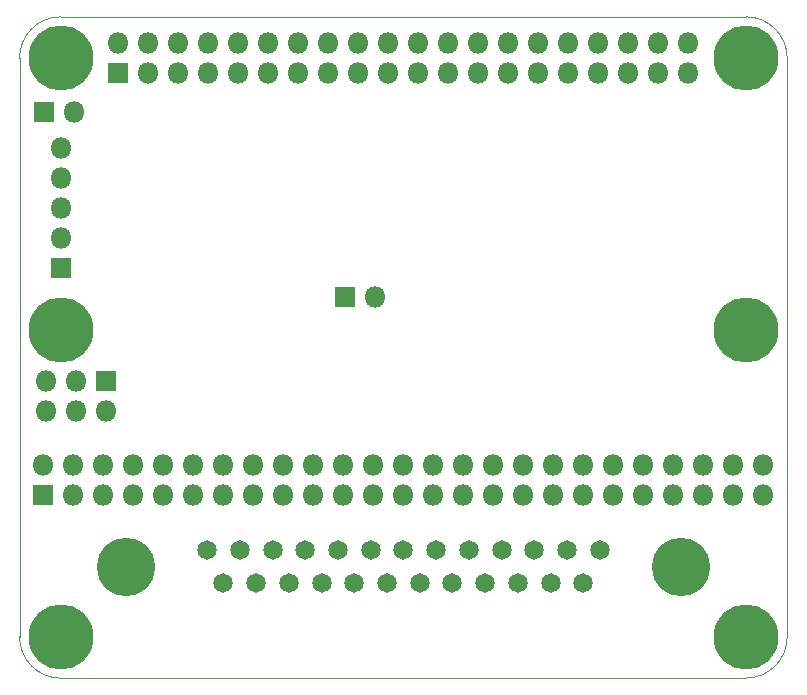
<source format=gbr>
%TF.GenerationSoftware,KiCad,Pcbnew,(5.1.4)-1*%
%TF.CreationDate,2020-08-18T18:52:45-05:00*%
%TF.ProjectId,rascsi_2p2,72617363-7369-45f3-9270-322e6b696361,rev?*%
%TF.SameCoordinates,PX59d60c0PY325aa00*%
%TF.FileFunction,Soldermask,Bot*%
%TF.FilePolarity,Negative*%
%FSLAX46Y46*%
G04 Gerber Fmt 4.6, Leading zero omitted, Abs format (unit mm)*
G04 Created by KiCad (PCBNEW (5.1.4)-1) date 2020-08-18 18:52:45*
%MOMM*%
%LPD*%
G04 APERTURE LIST*
%ADD10C,0.050000*%
%ADD11O,1.800000X1.800000*%
%ADD12R,1.800000X1.800000*%
%ADD13C,4.945000*%
%ADD14C,1.645000*%
%ADD15C,0.900000*%
%ADD16C,5.500000*%
G04 APERTURE END LIST*
D10*
X83800000Y-45696000D02*
X141800000Y-45696000D01*
X83800000Y-45696000D02*
G75*
G02X80300000Y-42196000I0J3500000D01*
G01*
X145300000Y-42196000D02*
G75*
G02X141800000Y-45696000I-3500000J0D01*
G01*
X80300000Y6800000D02*
X80300000Y-42196000D01*
X145300000Y6800000D02*
X145300000Y-42196000D01*
X83800000Y10300000D02*
X141800000Y10300000D01*
X80300000Y6800000D02*
G75*
G02X83800000Y10300000I3500000J0D01*
G01*
X141800000Y10300000D02*
G75*
G02X145300000Y6800000I0J-3500000D01*
G01*
D11*
%TO.C,J7*%
X84920000Y2280000D03*
D12*
X82380000Y2280000D03*
%TD*%
D13*
%TO.C,J6*%
X89281600Y-36250000D03*
X136321600Y-36250000D03*
D14*
X97566600Y-37670000D03*
X100336600Y-37670000D03*
X103106600Y-37670000D03*
X105876600Y-37670000D03*
X108646600Y-37670000D03*
X111416600Y-37670000D03*
X114186600Y-37670000D03*
X116956600Y-37670000D03*
X119726600Y-37670000D03*
X122496600Y-37670000D03*
X125266600Y-37670000D03*
X128036600Y-37670000D03*
X96181600Y-34830000D03*
X98951600Y-34830000D03*
X101721600Y-34830000D03*
X104491600Y-34830000D03*
X107261600Y-34830000D03*
X110031600Y-34830000D03*
X112801600Y-34830000D03*
X115571600Y-34830000D03*
X118341600Y-34830000D03*
X121111600Y-34830000D03*
X123881600Y-34830000D03*
X126651600Y-34830000D03*
X129421600Y-34830000D03*
%TD*%
D11*
%TO.C,J5*%
X82560000Y-23110000D03*
X82560000Y-20570000D03*
X85100000Y-23110000D03*
X85100000Y-20570000D03*
X87640000Y-23110000D03*
D12*
X87640000Y-20570000D03*
%TD*%
D11*
%TO.C,J3*%
X143226500Y-27654500D03*
X143226500Y-30194500D03*
X140686500Y-27654500D03*
X140686500Y-30194500D03*
X138146500Y-27654500D03*
X138146500Y-30194500D03*
X135606500Y-27654500D03*
X135606500Y-30194500D03*
X133066500Y-27654500D03*
X133066500Y-30194500D03*
X130526500Y-27654500D03*
X130526500Y-30194500D03*
X127986500Y-27654500D03*
X127986500Y-30194500D03*
X125446500Y-27654500D03*
X125446500Y-30194500D03*
X122906500Y-27654500D03*
X122906500Y-30194500D03*
X120366500Y-27654500D03*
X120366500Y-30194500D03*
X117826500Y-27654500D03*
X117826500Y-30194500D03*
X115286500Y-27654500D03*
X115286500Y-30194500D03*
X112746500Y-27654500D03*
X112746500Y-30194500D03*
X110206500Y-27654500D03*
X110206500Y-30194500D03*
X107666500Y-27654500D03*
X107666500Y-30194500D03*
X105126500Y-27654500D03*
X105126500Y-30194500D03*
X102586500Y-27654500D03*
X102586500Y-30194500D03*
X100046500Y-27654500D03*
X100046500Y-30194500D03*
X97506500Y-27654500D03*
X97506500Y-30194500D03*
X94966500Y-27654500D03*
X94966500Y-30194500D03*
X92426500Y-27654500D03*
X92426500Y-30194500D03*
X89886500Y-27654500D03*
X89886500Y-30194500D03*
X87346500Y-27654500D03*
X87346500Y-30194500D03*
X84806500Y-27654500D03*
X84806500Y-30194500D03*
X82266500Y-27654500D03*
D12*
X82266500Y-30194500D03*
%TD*%
D11*
%TO.C,J2*%
X110397000Y-13430500D03*
D12*
X107857000Y-13430500D03*
%TD*%
D11*
%TO.C,J1*%
X136930000Y8070000D03*
X136930000Y5530000D03*
X134390000Y8070000D03*
X134390000Y5530000D03*
X131850000Y8070000D03*
X131850000Y5530000D03*
X129310000Y8070000D03*
X129310000Y5530000D03*
X126770000Y8070000D03*
X126770000Y5530000D03*
X124230000Y8070000D03*
X124230000Y5530000D03*
X121690000Y8070000D03*
X121690000Y5530000D03*
X119150000Y8070000D03*
X119150000Y5530000D03*
X116610000Y8070000D03*
X116610000Y5530000D03*
X114070000Y8070000D03*
X114070000Y5530000D03*
X111530000Y8070000D03*
X111530000Y5530000D03*
X108990000Y8070000D03*
X108990000Y5530000D03*
X106450000Y8070000D03*
X106450000Y5530000D03*
X103910000Y8070000D03*
X103910000Y5530000D03*
X101370000Y8070000D03*
X101370000Y5530000D03*
X98830000Y8070000D03*
X98830000Y5530000D03*
X96290000Y8070000D03*
X96290000Y5530000D03*
X93750000Y8070000D03*
X93750000Y5530000D03*
X91210000Y8070000D03*
X91210000Y5530000D03*
X88670000Y8070000D03*
D12*
X88670000Y5530000D03*
%TD*%
D15*
%TO.C,H2*%
X143231891Y8231891D03*
X141800000Y8825000D03*
X140368109Y8231891D03*
X139775000Y6800000D03*
X140368109Y5368109D03*
X141800000Y4775000D03*
X143231891Y5368109D03*
X143825000Y6800000D03*
D16*
X141800000Y6800000D03*
%TD*%
D15*
%TO.C,H1*%
X85231891Y8231891D03*
X83800000Y8825000D03*
X82368109Y8231891D03*
X81775000Y6800000D03*
X82368109Y5368109D03*
X83800000Y4775000D03*
X85231891Y5368109D03*
X85825000Y6800000D03*
D16*
X83800000Y6800000D03*
%TD*%
D11*
%TO.C,J4*%
X83810000Y-820000D03*
X83810000Y-3360000D03*
X83810000Y-5900000D03*
X83810000Y-8440000D03*
D12*
X83810000Y-10980000D03*
%TD*%
D15*
%TO.C,H6*%
X143231891Y-40768109D03*
X141800000Y-40175000D03*
X140368109Y-40768109D03*
X139775000Y-42200000D03*
X140368109Y-43631891D03*
X141800000Y-44225000D03*
X143231891Y-43631891D03*
X143825000Y-42200000D03*
D16*
X141800000Y-42200000D03*
%TD*%
D15*
%TO.C,H5*%
X85231891Y-40768109D03*
X83800000Y-40175000D03*
X82368109Y-40768109D03*
X81775000Y-42200000D03*
X82368109Y-43631891D03*
X83800000Y-44225000D03*
X85231891Y-43631891D03*
X85825000Y-42200000D03*
D16*
X83800000Y-42200000D03*
%TD*%
D15*
%TO.C,H4*%
X143231891Y-14768109D03*
X141800000Y-14175000D03*
X140368109Y-14768109D03*
X139775000Y-16200000D03*
X140368109Y-17631891D03*
X141800000Y-18225000D03*
X143231891Y-17631891D03*
X143825000Y-16200000D03*
D16*
X141800000Y-16200000D03*
%TD*%
D15*
%TO.C,H3*%
X85231891Y-14768109D03*
X83800000Y-14175000D03*
X82368109Y-14768109D03*
X81775000Y-16200000D03*
X82368109Y-17631891D03*
X83800000Y-18225000D03*
X85231891Y-17631891D03*
X85825000Y-16200000D03*
D16*
X83800000Y-16200000D03*
%TD*%
M02*

</source>
